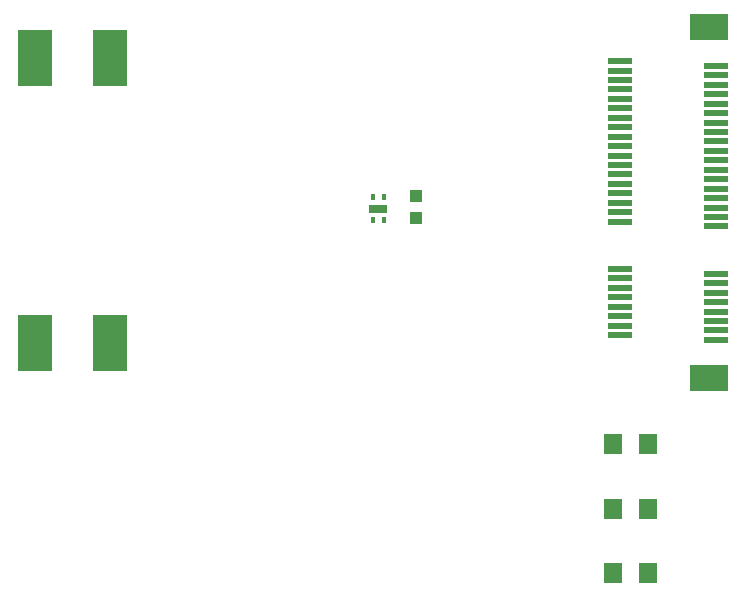
<source format=gtp>
G04 Layer: TopPasteMaskLayer*
G04 EasyEDA v6.3.39, 2020-04-29T00:00:54+01:00*
G04 38e1d9d995c248c0af5722392e401878,0b17d191cf8f41b9921c3230ced7432e,10*
G04 Gerber Generator version 0.2*
G04 Scale: 100 percent, Rotated: No, Reflected: No *
G04 Dimensions in millimeters *
G04 leading zeros omitted , absolute positions ,3 integer and 3 decimal *
%FSLAX33Y33*%
%MOMM*%
G90*
G71D02*

%ADD16R,0.350012X0.550012*%
%ADD17R,1.599997X0.700024*%
%ADD18R,1.499997X1.799996*%
%ADD19R,1.099998X0.999998*%
%ADD20R,3.199994X2.299995*%
%ADD21R,1.999996X0.599948*%
%ADD22R,2.999994X4.800092*%

%LPD*%
G54D16*
G01X33502Y34198D03*
G01X32507Y34193D03*
G01X32507Y32192D03*
G01X33507Y32191D03*
G54D17*
G01X33002Y33198D03*
G54D18*
G01X55843Y7795D03*
G01X52843Y7795D03*
G01X55843Y13256D03*
G01X52843Y13256D03*
G01X55843Y2334D03*
G01X52843Y2334D03*
G54D19*
G01X36182Y34222D03*
G01X36182Y32422D03*
G54D20*
G01X61018Y18884D03*
G01X61018Y48534D03*
G54D21*
G01X61618Y22084D03*
G01X61618Y22884D03*
G01X61618Y23684D03*
G01X61618Y24484D03*
G01X61618Y25284D03*
G01X61618Y26084D03*
G01X61618Y26884D03*
G01X61618Y27684D03*
G01X53418Y22484D03*
G01X53418Y23284D03*
G01X53418Y24084D03*
G01X53418Y24884D03*
G01X53418Y25684D03*
G01X53418Y26484D03*
G01X53418Y27284D03*
G01X53418Y28084D03*
G01X61618Y31684D03*
G01X53418Y32084D03*
G01X53418Y32884D03*
G01X53418Y33684D03*
G01X53419Y34486D03*
G01X53419Y35286D03*
G01X53419Y36086D03*
G01X53419Y36886D03*
G01X53419Y37686D03*
G01X53419Y38486D03*
G01X53419Y39286D03*
G01X53419Y40086D03*
G01X53419Y40886D03*
G01X53419Y41686D03*
G01X53419Y42486D03*
G01X53419Y43286D03*
G01X53419Y44086D03*
G01X53419Y44886D03*
G01X53419Y45686D03*
G01X61618Y32484D03*
G01X61618Y33284D03*
G01X61618Y34084D03*
G01X61618Y34884D03*
G01X61618Y35684D03*
G01X61618Y36484D03*
G01X61618Y37284D03*
G01X61618Y38084D03*
G01X61618Y38884D03*
G01X61618Y39684D03*
G01X61618Y40484D03*
G01X61618Y41284D03*
G01X61618Y42084D03*
G01X61618Y42884D03*
G01X61618Y43684D03*
G01X61618Y44484D03*
G01X61618Y45284D03*
G54D22*
G01X10268Y21784D03*
G01X3968Y21784D03*
G01X3968Y45984D03*
G01X10268Y45984D03*
M00*
M02*

</source>
